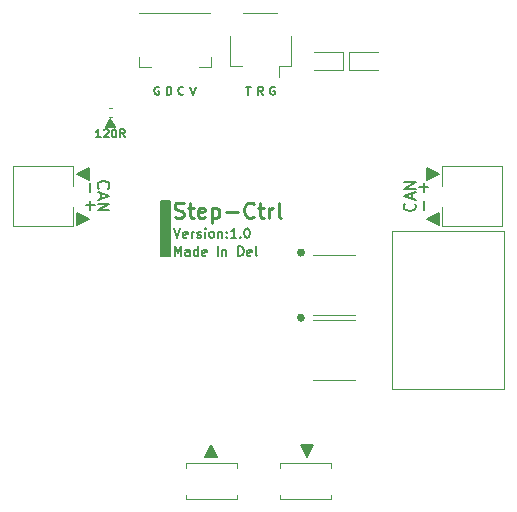
<source format=gbr>
%TF.GenerationSoftware,KiCad,Pcbnew,(6.0.5)*%
%TF.CreationDate,2023-01-06T15:20:20+08:00*%
%TF.ProjectId,Step_Ctrl_V1,53746570-5f43-4747-926c-5f56312e6b69,rev?*%
%TF.SameCoordinates,Original*%
%TF.FileFunction,Legend,Top*%
%TF.FilePolarity,Positive*%
%FSLAX46Y46*%
G04 Gerber Fmt 4.6, Leading zero omitted, Abs format (unit mm)*
G04 Created by KiCad (PCBNEW (6.0.5)) date 2023-01-06 15:20:20*
%MOMM*%
%LPD*%
G01*
G04 APERTURE LIST*
%ADD10C,0.150000*%
%ADD11C,0.140000*%
%ADD12C,0.250000*%
%ADD13C,0.130000*%
%ADD14C,0.120000*%
%ADD15C,0.360000*%
G04 APERTURE END LIST*
D10*
G36*
X133858000Y-115951000D02*
G01*
X133350000Y-114935000D01*
X134366000Y-114935000D01*
X133858000Y-115951000D01*
G37*
X133858000Y-115951000D02*
X133350000Y-114935000D01*
X134366000Y-114935000D01*
X133858000Y-115951000D01*
G36*
X126238000Y-115951000D02*
G01*
X125222000Y-115951000D01*
X125730000Y-114935000D01*
X126238000Y-115951000D01*
G37*
X126238000Y-115951000D02*
X125222000Y-115951000D01*
X125730000Y-114935000D01*
X126238000Y-115951000D01*
G36*
X122301000Y-98933000D02*
G01*
X121539000Y-98933000D01*
X121539000Y-94234000D01*
X122301000Y-94234000D01*
X122301000Y-98933000D01*
G37*
X122301000Y-98933000D02*
X121539000Y-98933000D01*
X121539000Y-94234000D01*
X122301000Y-94234000D01*
X122301000Y-98933000D01*
D11*
X122663380Y-98913904D02*
X122663380Y-98113904D01*
X122930047Y-98685333D01*
X123196714Y-98113904D01*
X123196714Y-98913904D01*
X123920523Y-98913904D02*
X123920523Y-98494857D01*
X123882428Y-98418666D01*
X123806238Y-98380571D01*
X123653857Y-98380571D01*
X123577666Y-98418666D01*
X123920523Y-98875809D02*
X123844333Y-98913904D01*
X123653857Y-98913904D01*
X123577666Y-98875809D01*
X123539571Y-98799619D01*
X123539571Y-98723428D01*
X123577666Y-98647238D01*
X123653857Y-98609142D01*
X123844333Y-98609142D01*
X123920523Y-98571047D01*
X124644333Y-98913904D02*
X124644333Y-98113904D01*
X124644333Y-98875809D02*
X124568142Y-98913904D01*
X124415761Y-98913904D01*
X124339571Y-98875809D01*
X124301476Y-98837714D01*
X124263380Y-98761523D01*
X124263380Y-98532952D01*
X124301476Y-98456761D01*
X124339571Y-98418666D01*
X124415761Y-98380571D01*
X124568142Y-98380571D01*
X124644333Y-98418666D01*
X125330047Y-98875809D02*
X125253857Y-98913904D01*
X125101476Y-98913904D01*
X125025285Y-98875809D01*
X124987190Y-98799619D01*
X124987190Y-98494857D01*
X125025285Y-98418666D01*
X125101476Y-98380571D01*
X125253857Y-98380571D01*
X125330047Y-98418666D01*
X125368142Y-98494857D01*
X125368142Y-98571047D01*
X124987190Y-98647238D01*
X126320523Y-98913904D02*
X126320523Y-98113904D01*
X126701476Y-98380571D02*
X126701476Y-98913904D01*
X126701476Y-98456761D02*
X126739571Y-98418666D01*
X126815761Y-98380571D01*
X126930047Y-98380571D01*
X127006238Y-98418666D01*
X127044333Y-98494857D01*
X127044333Y-98913904D01*
X128034809Y-98913904D02*
X128034809Y-98113904D01*
X128225285Y-98113904D01*
X128339571Y-98152000D01*
X128415761Y-98228190D01*
X128453857Y-98304380D01*
X128491952Y-98456761D01*
X128491952Y-98571047D01*
X128453857Y-98723428D01*
X128415761Y-98799619D01*
X128339571Y-98875809D01*
X128225285Y-98913904D01*
X128034809Y-98913904D01*
X129139571Y-98875809D02*
X129063380Y-98913904D01*
X128911000Y-98913904D01*
X128834809Y-98875809D01*
X128796714Y-98799619D01*
X128796714Y-98494857D01*
X128834809Y-98418666D01*
X128911000Y-98380571D01*
X129063380Y-98380571D01*
X129139571Y-98418666D01*
X129177666Y-98494857D01*
X129177666Y-98571047D01*
X128796714Y-98647238D01*
X129634809Y-98913904D02*
X129558619Y-98875809D01*
X129520523Y-98799619D01*
X129520523Y-98113904D01*
X122618904Y-96589904D02*
X122885571Y-97389904D01*
X123152238Y-96589904D01*
X123723666Y-97351809D02*
X123647476Y-97389904D01*
X123495095Y-97389904D01*
X123418904Y-97351809D01*
X123380809Y-97275619D01*
X123380809Y-96970857D01*
X123418904Y-96894666D01*
X123495095Y-96856571D01*
X123647476Y-96856571D01*
X123723666Y-96894666D01*
X123761761Y-96970857D01*
X123761761Y-97047047D01*
X123380809Y-97123238D01*
X124104619Y-97389904D02*
X124104619Y-96856571D01*
X124104619Y-97008952D02*
X124142714Y-96932761D01*
X124180809Y-96894666D01*
X124257000Y-96856571D01*
X124333190Y-96856571D01*
X124561761Y-97351809D02*
X124637952Y-97389904D01*
X124790333Y-97389904D01*
X124866523Y-97351809D01*
X124904619Y-97275619D01*
X124904619Y-97237523D01*
X124866523Y-97161333D01*
X124790333Y-97123238D01*
X124676047Y-97123238D01*
X124599857Y-97085142D01*
X124561761Y-97008952D01*
X124561761Y-96970857D01*
X124599857Y-96894666D01*
X124676047Y-96856571D01*
X124790333Y-96856571D01*
X124866523Y-96894666D01*
X125247476Y-97389904D02*
X125247476Y-96856571D01*
X125247476Y-96589904D02*
X125209380Y-96628000D01*
X125247476Y-96666095D01*
X125285571Y-96628000D01*
X125247476Y-96589904D01*
X125247476Y-96666095D01*
X125742714Y-97389904D02*
X125666523Y-97351809D01*
X125628428Y-97313714D01*
X125590333Y-97237523D01*
X125590333Y-97008952D01*
X125628428Y-96932761D01*
X125666523Y-96894666D01*
X125742714Y-96856571D01*
X125857000Y-96856571D01*
X125933190Y-96894666D01*
X125971285Y-96932761D01*
X126009380Y-97008952D01*
X126009380Y-97237523D01*
X125971285Y-97313714D01*
X125933190Y-97351809D01*
X125857000Y-97389904D01*
X125742714Y-97389904D01*
X126352238Y-96856571D02*
X126352238Y-97389904D01*
X126352238Y-96932761D02*
X126390333Y-96894666D01*
X126466523Y-96856571D01*
X126580809Y-96856571D01*
X126657000Y-96894666D01*
X126695095Y-96970857D01*
X126695095Y-97389904D01*
X127076047Y-97313714D02*
X127114142Y-97351809D01*
X127076047Y-97389904D01*
X127037952Y-97351809D01*
X127076047Y-97313714D01*
X127076047Y-97389904D01*
X127076047Y-96894666D02*
X127114142Y-96932761D01*
X127076047Y-96970857D01*
X127037952Y-96932761D01*
X127076047Y-96894666D01*
X127076047Y-96970857D01*
X127876047Y-97389904D02*
X127418904Y-97389904D01*
X127647476Y-97389904D02*
X127647476Y-96589904D01*
X127571285Y-96704190D01*
X127495095Y-96780380D01*
X127418904Y-96818476D01*
X128218904Y-97313714D02*
X128257000Y-97351809D01*
X128218904Y-97389904D01*
X128180809Y-97351809D01*
X128218904Y-97313714D01*
X128218904Y-97389904D01*
X128752238Y-96589904D02*
X128828428Y-96589904D01*
X128904619Y-96628000D01*
X128942714Y-96666095D01*
X128980809Y-96742285D01*
X129018904Y-96894666D01*
X129018904Y-97085142D01*
X128980809Y-97237523D01*
X128942714Y-97313714D01*
X128904619Y-97351809D01*
X128828428Y-97389904D01*
X128752238Y-97389904D01*
X128676047Y-97351809D01*
X128637952Y-97313714D01*
X128599857Y-97237523D01*
X128561761Y-97085142D01*
X128561761Y-96894666D01*
X128599857Y-96742285D01*
X128637952Y-96666095D01*
X128676047Y-96628000D01*
X128752238Y-96589904D01*
D12*
X122669857Y-95649190D02*
X122855571Y-95711095D01*
X123165095Y-95711095D01*
X123288904Y-95649190D01*
X123350809Y-95587285D01*
X123412714Y-95463476D01*
X123412714Y-95339666D01*
X123350809Y-95215857D01*
X123288904Y-95153952D01*
X123165095Y-95092047D01*
X122917476Y-95030142D01*
X122793666Y-94968238D01*
X122731761Y-94906333D01*
X122669857Y-94782523D01*
X122669857Y-94658714D01*
X122731761Y-94534904D01*
X122793666Y-94473000D01*
X122917476Y-94411095D01*
X123227000Y-94411095D01*
X123412714Y-94473000D01*
X123784142Y-94844428D02*
X124279380Y-94844428D01*
X123969857Y-94411095D02*
X123969857Y-95525380D01*
X124031761Y-95649190D01*
X124155571Y-95711095D01*
X124279380Y-95711095D01*
X125207952Y-95649190D02*
X125084142Y-95711095D01*
X124836523Y-95711095D01*
X124712714Y-95649190D01*
X124650809Y-95525380D01*
X124650809Y-95030142D01*
X124712714Y-94906333D01*
X124836523Y-94844428D01*
X125084142Y-94844428D01*
X125207952Y-94906333D01*
X125269857Y-95030142D01*
X125269857Y-95153952D01*
X124650809Y-95277761D01*
X125827000Y-94844428D02*
X125827000Y-96144428D01*
X125827000Y-94906333D02*
X125950809Y-94844428D01*
X126198428Y-94844428D01*
X126322238Y-94906333D01*
X126384142Y-94968238D01*
X126446047Y-95092047D01*
X126446047Y-95463476D01*
X126384142Y-95587285D01*
X126322238Y-95649190D01*
X126198428Y-95711095D01*
X125950809Y-95711095D01*
X125827000Y-95649190D01*
X127003190Y-95215857D02*
X127993666Y-95215857D01*
X129355571Y-95587285D02*
X129293666Y-95649190D01*
X129107952Y-95711095D01*
X128984142Y-95711095D01*
X128798428Y-95649190D01*
X128674619Y-95525380D01*
X128612714Y-95401571D01*
X128550809Y-95153952D01*
X128550809Y-94968238D01*
X128612714Y-94720619D01*
X128674619Y-94596809D01*
X128798428Y-94473000D01*
X128984142Y-94411095D01*
X129107952Y-94411095D01*
X129293666Y-94473000D01*
X129355571Y-94534904D01*
X129727000Y-94844428D02*
X130222238Y-94844428D01*
X129912714Y-94411095D02*
X129912714Y-95525380D01*
X129974619Y-95649190D01*
X130098428Y-95711095D01*
X130222238Y-95711095D01*
X130655571Y-95711095D02*
X130655571Y-94844428D01*
X130655571Y-95092047D02*
X130717476Y-94968238D01*
X130779380Y-94906333D01*
X130903190Y-94844428D01*
X131027000Y-94844428D01*
X131646047Y-95711095D02*
X131522238Y-95649190D01*
X131460333Y-95525380D01*
X131460333Y-94411095D01*
D13*
X131120333Y-84613000D02*
X131053666Y-84579666D01*
X130953666Y-84579666D01*
X130853666Y-84613000D01*
X130787000Y-84679666D01*
X130753666Y-84746333D01*
X130720333Y-84879666D01*
X130720333Y-84979666D01*
X130753666Y-85113000D01*
X130787000Y-85179666D01*
X130853666Y-85246333D01*
X130953666Y-85279666D01*
X131020333Y-85279666D01*
X131120333Y-85246333D01*
X131153666Y-85213000D01*
X131153666Y-84979666D01*
X131020333Y-84979666D01*
X130137666Y-85279666D02*
X129904333Y-84946333D01*
X129737666Y-85279666D02*
X129737666Y-84579666D01*
X130004333Y-84579666D01*
X130071000Y-84613000D01*
X130104333Y-84646333D01*
X130137666Y-84713000D01*
X130137666Y-84813000D01*
X130104333Y-84879666D01*
X130071000Y-84913000D01*
X130004333Y-84946333D01*
X129737666Y-84946333D01*
X128705000Y-84579666D02*
X129105000Y-84579666D01*
X128905000Y-85279666D02*
X128905000Y-84579666D01*
X123972666Y-84579666D02*
X124206000Y-85279666D01*
X124439333Y-84579666D01*
X123406666Y-85213000D02*
X123373333Y-85246333D01*
X123273333Y-85279666D01*
X123206666Y-85279666D01*
X123106666Y-85246333D01*
X123040000Y-85179666D01*
X123006666Y-85113000D01*
X122973333Y-84979666D01*
X122973333Y-84879666D01*
X123006666Y-84746333D01*
X123040000Y-84679666D01*
X123106666Y-84613000D01*
X123206666Y-84579666D01*
X123273333Y-84579666D01*
X123373333Y-84613000D01*
X123406666Y-84646333D01*
X121990666Y-85279666D02*
X121990666Y-84579666D01*
X122157333Y-84579666D01*
X122257333Y-84613000D01*
X122324000Y-84679666D01*
X122357333Y-84746333D01*
X122390666Y-84879666D01*
X122390666Y-84979666D01*
X122357333Y-85113000D01*
X122324000Y-85179666D01*
X122257333Y-85246333D01*
X122157333Y-85279666D01*
X121990666Y-85279666D01*
X121341333Y-84613000D02*
X121274666Y-84579666D01*
X121174666Y-84579666D01*
X121074666Y-84613000D01*
X121008000Y-84679666D01*
X120974666Y-84746333D01*
X120941333Y-84879666D01*
X120941333Y-84979666D01*
X120974666Y-85113000D01*
X121008000Y-85179666D01*
X121074666Y-85246333D01*
X121174666Y-85279666D01*
X121241333Y-85279666D01*
X121341333Y-85246333D01*
X121374666Y-85213000D01*
X121374666Y-84979666D01*
X121241333Y-84979666D01*
D10*
G36*
X115443000Y-92456000D02*
G01*
X114427000Y-91948000D01*
X115443000Y-91440000D01*
X115443000Y-92456000D01*
G37*
X115443000Y-92456000D02*
X114427000Y-91948000D01*
X115443000Y-91440000D01*
X115443000Y-92456000D01*
G36*
X115443000Y-95758000D02*
G01*
X114427000Y-96266000D01*
X114427000Y-95250000D01*
X115443000Y-95758000D01*
G37*
X115443000Y-95758000D02*
X114427000Y-96266000D01*
X114427000Y-95250000D01*
X115443000Y-95758000D01*
X116228857Y-93210142D02*
X116181238Y-93162523D01*
X116133619Y-93019666D01*
X116133619Y-92924428D01*
X116181238Y-92781571D01*
X116276476Y-92686333D01*
X116371714Y-92638714D01*
X116562190Y-92591095D01*
X116705047Y-92591095D01*
X116895523Y-92638714D01*
X116990761Y-92686333D01*
X117086000Y-92781571D01*
X117133619Y-92924428D01*
X117133619Y-93019666D01*
X117086000Y-93162523D01*
X117038380Y-93210142D01*
X116419333Y-93591095D02*
X116419333Y-94067285D01*
X116133619Y-93495857D02*
X117133619Y-93829190D01*
X116133619Y-94162523D01*
X116133619Y-94495857D02*
X117133619Y-94495857D01*
X116133619Y-95067285D01*
X117133619Y-95067285D01*
X142978142Y-94495857D02*
X143025761Y-94543476D01*
X143073380Y-94686333D01*
X143073380Y-94781571D01*
X143025761Y-94924428D01*
X142930523Y-95019666D01*
X142835285Y-95067285D01*
X142644809Y-95114904D01*
X142501952Y-95114904D01*
X142311476Y-95067285D01*
X142216238Y-95019666D01*
X142121000Y-94924428D01*
X142073380Y-94781571D01*
X142073380Y-94686333D01*
X142121000Y-94543476D01*
X142168619Y-94495857D01*
X142787666Y-94114904D02*
X142787666Y-93638714D01*
X143073380Y-94210142D02*
X142073380Y-93876809D01*
X143073380Y-93543476D01*
X143073380Y-93210142D02*
X142073380Y-93210142D01*
X143073380Y-92638714D01*
X142073380Y-92638714D01*
G36*
X145034000Y-96266000D02*
G01*
X144018000Y-95758000D01*
X145034000Y-95250000D01*
X145034000Y-96266000D01*
G37*
X145034000Y-96266000D02*
X144018000Y-95758000D01*
X145034000Y-95250000D01*
X145034000Y-96266000D01*
G36*
X145034000Y-91948000D02*
G01*
X144018000Y-92456000D01*
X144018000Y-91440000D01*
X145034000Y-91948000D01*
G37*
X145034000Y-91948000D02*
X144018000Y-92456000D01*
X144018000Y-91440000D01*
X145034000Y-91948000D01*
X143768771Y-94234047D02*
X143768771Y-94995952D01*
X143768771Y-92710047D02*
X143768771Y-93471952D01*
X143387819Y-93091000D02*
X144149723Y-93091000D01*
G36*
X117606153Y-87967121D02*
G01*
X116844153Y-87967121D01*
X117225153Y-87332121D01*
X117606153Y-87967121D01*
G37*
X117606153Y-87967121D02*
X116844153Y-87967121D01*
X117225153Y-87332121D01*
X117606153Y-87967121D01*
X115514428Y-94995952D02*
X115514428Y-94234047D01*
X115895380Y-94615000D02*
X115133476Y-94615000D01*
X115514428Y-93471952D02*
X115514428Y-92710047D01*
D13*
X116404333Y-88886466D02*
X116004333Y-88886466D01*
X116204333Y-88886466D02*
X116204333Y-88186466D01*
X116137666Y-88286466D01*
X116071000Y-88353133D01*
X116004333Y-88386466D01*
X116671000Y-88253133D02*
X116704333Y-88219800D01*
X116771000Y-88186466D01*
X116937666Y-88186466D01*
X117004333Y-88219800D01*
X117037666Y-88253133D01*
X117071000Y-88319800D01*
X117071000Y-88386466D01*
X117037666Y-88486466D01*
X116637666Y-88886466D01*
X117071000Y-88886466D01*
X117504333Y-88186466D02*
X117571000Y-88186466D01*
X117637666Y-88219800D01*
X117671000Y-88253133D01*
X117704333Y-88319800D01*
X117737666Y-88453133D01*
X117737666Y-88619800D01*
X117704333Y-88753133D01*
X117671000Y-88819800D01*
X117637666Y-88853133D01*
X117571000Y-88886466D01*
X117504333Y-88886466D01*
X117437666Y-88853133D01*
X117404333Y-88819800D01*
X117371000Y-88753133D01*
X117337666Y-88619800D01*
X117337666Y-88453133D01*
X117371000Y-88319800D01*
X117404333Y-88253133D01*
X117437666Y-88219800D01*
X117504333Y-88186466D01*
X118437666Y-88886466D02*
X118204333Y-88553133D01*
X118037666Y-88886466D02*
X118037666Y-88186466D01*
X118304333Y-88186466D01*
X118371000Y-88219800D01*
X118404333Y-88253133D01*
X118437666Y-88319800D01*
X118437666Y-88419800D01*
X118404333Y-88486466D01*
X118371000Y-88519800D01*
X118304333Y-88553133D01*
X118037666Y-88553133D01*
D14*
%TO.C,J8*%
X114057000Y-92964000D02*
X114057000Y-91313000D01*
X108977000Y-96393000D02*
X114057000Y-96393000D01*
X108977000Y-91313000D02*
X108977000Y-96393000D01*
X114057000Y-96393000D02*
X114057000Y-94742000D01*
X114057000Y-91313000D02*
X108977000Y-91313000D01*
%TO.C,J7*%
X145277000Y-96393000D02*
X150357000Y-96393000D01*
X145277000Y-91313000D02*
X145277000Y-92964000D01*
X150357000Y-96393000D02*
X150357000Y-91313000D01*
X150357000Y-91313000D02*
X145277000Y-91313000D01*
X145277000Y-94742000D02*
X145277000Y-96393000D01*
%TO.C,J5*%
X119634000Y-82942000D02*
X119634000Y-82053000D01*
X119634000Y-82942000D02*
X120682000Y-82942000D01*
X124682000Y-82942000D02*
X125730000Y-82942000D01*
X125682000Y-78370000D02*
X119682000Y-78370000D01*
X125730000Y-82942000D02*
X125730000Y-82053000D01*
%TO.C,SW2*%
X131584200Y-116459000D02*
X135902200Y-116459000D01*
X131584200Y-119507000D02*
X135902200Y-119507000D01*
X131584200Y-119126000D02*
X131584200Y-119507000D01*
X131584200Y-116840000D02*
X131584200Y-116459000D01*
X135902200Y-116459000D02*
X135902200Y-116840000D01*
X135902200Y-119507000D02*
X135902200Y-119126000D01*
%TO.C,SW1*%
X123584200Y-116459000D02*
X127902200Y-116459000D01*
X123584200Y-119507000D02*
X127902200Y-119507000D01*
X123584200Y-119126000D02*
X123584200Y-119507000D01*
X123584200Y-116840000D02*
X123584200Y-116459000D01*
X127902200Y-116459000D02*
X127902200Y-116840000D01*
X127902200Y-119507000D02*
X127902200Y-119126000D01*
%TO.C,U7*%
D15*
X133530000Y-104157500D02*
G75*
G03*
X133530000Y-104157500I-180000J0D01*
G01*
D14*
X134379000Y-104330500D02*
X137922000Y-104330500D01*
X137922000Y-109410500D02*
X134366000Y-109410500D01*
%TO.C,U6*%
D15*
X133530000Y-98633000D02*
G75*
G03*
X133530000Y-98633000I-180000J0D01*
G01*
D14*
X134379000Y-98806000D02*
X137922000Y-98806000D01*
X137922000Y-103886000D02*
X134366000Y-103886000D01*
%TO.C,R11*%
X117067359Y-86361000D02*
X117374641Y-86361000D01*
X117067359Y-87121000D02*
X117374641Y-87121000D01*
%TO.C,J13*%
X150546000Y-110205000D02*
X141046000Y-110205000D01*
X141046000Y-96805000D02*
X150546000Y-96805000D01*
X141046000Y-110205000D02*
X141046000Y-96805000D01*
X150546000Y-96805000D02*
X150546000Y-110205000D01*
%TO.C,J6*%
X131361000Y-78341000D02*
X128481000Y-78341000D01*
X127311000Y-82811000D02*
X128361000Y-82811000D01*
X132531000Y-82811000D02*
X131481000Y-82811000D01*
X132531000Y-80311000D02*
X132531000Y-82811000D01*
X131481000Y-82811000D02*
X131481000Y-83801000D01*
X127311000Y-80311000D02*
X127311000Y-82811000D01*
%TO.C,D3*%
X137405000Y-81688000D02*
X137405000Y-83158000D01*
X137405000Y-83158000D02*
X139865000Y-83158000D01*
X139865000Y-81688000D02*
X137405000Y-81688000D01*
%TO.C,D2*%
X136915000Y-83158000D02*
X136915000Y-81688000D01*
X136915000Y-81688000D02*
X134455000Y-81688000D01*
X134455000Y-83158000D02*
X136915000Y-83158000D01*
%TD*%
M02*

</source>
